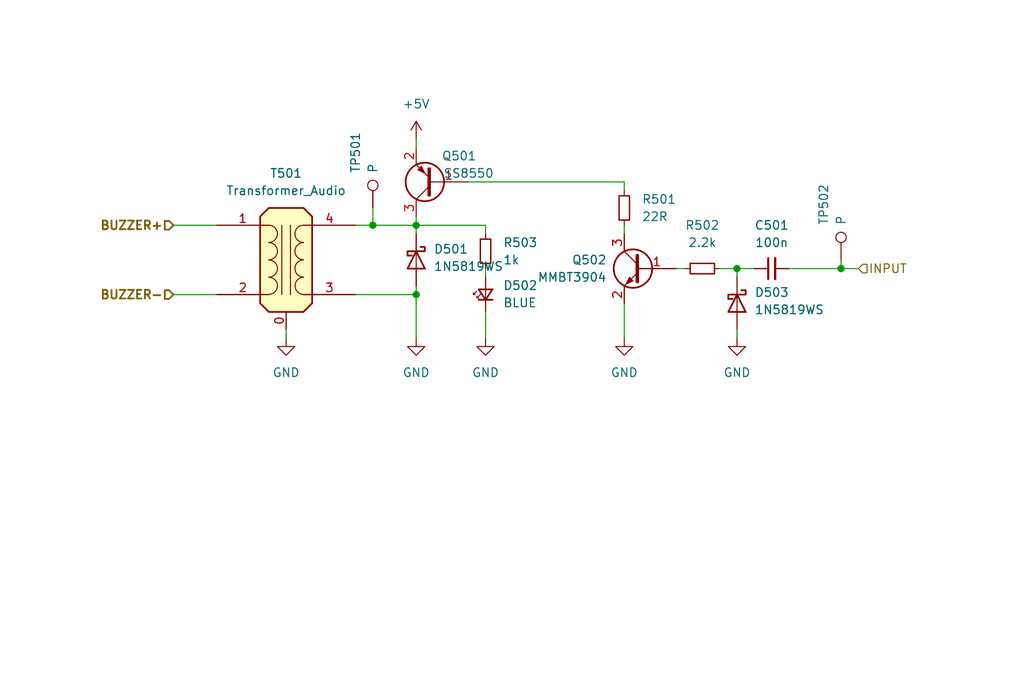
<source format=kicad_sch>
(kicad_sch (version 20211123) (generator eeschema)
  (paper "User" 150.012 99.9998)
  (title_block (title "UltraSoundSensor") (date "2022-10-30") (rev "1.0") (company "Krystian Mirek"))
  (lib_symbols
    (symbol "Connector:TestPoint" (pin_numbers hide) (pin_names (offset 0.762) hide)
      (property "Reference" "TP" (at 0 6.858 0))
      (property "Value" "TestPoint" (at 0 5.08 0))
      (symbol "TestPoint_0_1"
        (circle (center 0 3.302) (radius 0.762))
      )
      (symbol "TestPoint_1_1"
        (pin passive line (at 0 0 90) (length 2.54) (name "1") (number "1"))
      )
    )
    (symbol "Device:C_Small" (pin_numbers hide) (pin_names (offset 0.254) hide)
      (property "Reference" "C" (at 0.254 1.778 0))
      (property "Value" "C_Small" (at 0.254 -2.032 0))
      (symbol "C_Small_0_1"
        (polyline (pts (xy -1.524 -0.508) (xy 1.524 -0.508)) (stroke (width 0.3302)))
        (polyline (pts (xy -1.524 0.508) (xy 1.524 0.508)) (stroke (width 0.3048)))
      )
      (symbol "C_Small_1_1"
        (pin passive line (at 0 2.54 270) (length 2.032) (name "~") (number "1"))
        (pin passive line (at 0 -2.54 90) (length 2.032) (name "~") (number "2"))
      )
    )
    (symbol "Device:LED_Small" (pin_numbers hide) (pin_names (offset 0.254) hide)
      (property "Reference" "D" (at -1.27 3.175 0))
      (property "Value" "LED_Small" (at -4.445 -2.54 0))
      (symbol "LED_Small_0_1"
        (polyline (pts (xy -0.762 -1.016) (xy -0.762 1.016)) (stroke (width 0.254)))
        (polyline (pts (xy 1.016 0) (xy -0.762 0)))
        (polyline (pts (xy 0.762 -1.016) (xy -0.762 0) (xy 0.762 1.016) (xy 0.762 -1.016)) (stroke (width 0.254)))
        (polyline (pts (xy 0 0.762) (xy -0.508 1.27) (xy -0.254 1.27) (xy -0.508 1.27) (xy -0.508 1.016)))
        (polyline (pts (xy 0.508 1.27) (xy 0 1.778) (xy 0.254 1.778) (xy 0 1.778) (xy 0 1.524)))
      )
      (symbol "LED_Small_1_1"
        (pin passive line (at -2.54 0 0) (length 1.778) (name "K") (number "1"))
        (pin passive line (at 2.54 0 180) (length 1.778) (name "A") (number "2"))
      )
    )
    (symbol "Device:Q_PNP_BEC" (pin_names (offset 0) hide)
      (property "Reference" "Q" (at 5.08 1.27 0))
      (property "Value" "Q_PNP_BEC" (at 5.08 -1.27 0))
      (symbol "Q_PNP_BEC_0_1"
        (polyline (pts (xy 0.635 0.635) (xy 2.54 2.54)))
        (polyline (pts (xy 0.635 -0.635) (xy 2.54 -2.54) (xy 2.54 -2.54)))
        (polyline (pts (xy 0.635 1.905) (xy 0.635 -1.905) (xy 0.635 -1.905)) (stroke (width 0.508)))
        (polyline (pts (xy 2.286 -1.778) (xy 1.778 -2.286) (xy 1.27 -1.27) (xy 2.286 -1.778) (xy 2.286 -1.778)) (fill (type outline)))
        (circle (center 1.27 0) (radius 2.8194) (stroke (width 0.254)))
      )
      (symbol "Q_PNP_BEC_1_1"
        (pin input line (at -5.08 0 0) (length 5.715) (name "B") (number "1"))
        (pin passive line (at 2.54 -5.08 90) (length 2.54) (name "E") (number "2"))
        (pin passive line (at 2.54 5.08 270) (length 2.54) (name "C") (number "3"))
      )
    )
    (symbol "Device:R_Small" (pin_numbers hide) (pin_names (offset 0.254) hide)
      (property "Reference" "R" (at 0.762 0.508 0))
      (property "Value" "R_Small" (at 0.762 -1.016 0))
      (symbol "R_Small_0_1"
        (rectangle (start -0.762 1.778) (end 0.762 -1.778) (stroke (width 0.2032)))
      )
      (symbol "R_Small_1_1"
        (pin passive line (at 0 2.54 270) (length 0.762) (name "~") (number "1"))
        (pin passive line (at 0 -2.54 90) (length 0.762) (name "~") (number "2"))
      )
    )
    (symbol "Device:Transformer_Audio" (pin_names (offset 1.016) hide)
      (property "Reference" "T" (at 0 11.684 0))
      (property "Value" "Transformer_Audio" (at 0.254 9.398 0))
      (symbol "Transformer_Audio_0_1"
        (arc (start -2.54 -5.0546) (mid -1.6599 -4.6901) (end -1.27 -3.81))
        (arc (start -2.54 -2.5146) (mid -1.6599 -2.1501) (end -1.27 -1.27))
        (arc (start -2.54 0.0254) (mid -1.6599 0.3899) (end -1.27 1.27))
        (arc (start -2.54 2.5654) (mid -1.6599 2.9299) (end -1.27 3.81))
        (arc (start -1.27 -3.81) (mid -1.642 -2.912) (end -2.54 -2.54))
        (arc (start -1.27 -1.27) (mid -1.642 -0.372) (end -2.54 0))
        (arc (start -1.27 1.27) (mid -1.642 2.168) (end -2.54 2.54))
        (arc (start -1.27 3.81) (mid -1.642 4.708) (end -2.54 5.08))
        (polyline (pts (xy -0.635 5.08) (xy -0.635 -5.08)))
        (polyline (pts (xy 0.635 -5.08) (xy 0.635 5.08)))
        (polyline (pts (xy -3.81 6.35) (xy -2.54 7.62) (xy 2.54 7.62) (xy 3.81 6.35) (xy 3.81 -6.35) (xy 2.54 -7.62) (xy -2.54 -7.62) (xy -3.81 -6.35) (xy -3.81 6.35)) (stroke (width 0.254)) (fill (type background)))
        (arc (start 1.2954 -1.27) (mid 1.6599 -2.1501) (end 2.54 -2.5146))
        (arc (start 1.2954 1.27) (mid 1.6599 0.3899) (end 2.54 0.0254))
        (arc (start 1.2954 3.81) (mid 1.6599 2.9299) (end 2.54 2.5654))
        (arc (start 1.3208 -3.81) (mid 1.6853 -4.6901) (end 2.5654 -5.0546))
        (arc (start 2.54 0) (mid 1.642 -0.372) (end 1.2954 -1.27))
        (arc (start 2.54 2.54) (mid 1.642 2.168) (end 1.2954 1.27))
        (arc (start 2.54 5.08) (mid 1.642 4.708) (end 1.2954 3.81))
        (arc (start 2.5654 -2.54) (mid 1.6674 -2.912) (end 1.3208 -3.81))
      )
      (symbol "Transformer_Audio_1_1"
        (pin input line (at 0 -10.16 90) (length 2.54) (name "~") (number "0"))
        (pin passive line (at -10.16 5.08 0) (length 7.62) (name "AA") (number "1"))
        (pin passive line (at -10.16 -5.08 0) (length 7.62) (name "AB") (number "2"))
        (pin passive line (at 10.16 -5.08 180) (length 7.62) (name "SA") (number "3"))
        (pin passive line (at 10.16 5.08 180) (length 7.62) (name "SB") (number "4"))
      )
    )
    (symbol "Diode:1N5819WS" (pin_numbers hide) (pin_names (offset 1.016) hide)
      (property "Reference" "D" (at 0 2.54 0))
      (property "Value" "1N5819WS" (at 0 -2.54 0))
      (symbol "1N5819WS_0_1"
        (polyline (pts (xy 1.27 0) (xy -1.27 0)))
        (polyline (pts (xy 1.27 1.27) (xy 1.27 -1.27) (xy -1.27 0) (xy 1.27 1.27)) (stroke (width 0.254)))
        (polyline (pts (xy -1.905 0.635) (xy -1.905 1.27) (xy -1.27 1.27) (xy -1.27 -1.27) (xy -0.635 -1.27) (xy -0.635 -0.635)) (stroke (width 0.254)))
      )
      (symbol "1N5819WS_1_1"
        (pin passive line (at -3.81 0 0) (length 2.54) (name "K") (number "1"))
        (pin passive line (at 3.81 0 180) (length 2.54) (name "A") (number "2"))
      )
    )
    (symbol "Transistor_BJT:MMBT3904" (pin_names (offset 0) hide)
      (property "Reference" "Q" (at 5.08 1.905 0))
      (property "Value" "MMBT3904" (at 5.08 0 0))
      (symbol "MMBT3904_0_1"
        (polyline (pts (xy 0.635 0.635) (xy 2.54 2.54)))
        (polyline (pts (xy 0.635 -0.635) (xy 2.54 -2.54) (xy 2.54 -2.54)))
        (polyline (pts (xy 0.635 1.905) (xy 0.635 -1.905) (xy 0.635 -1.905)) (stroke (width 0.508)))
        (polyline (pts (xy 1.27 -1.778) (xy 1.778 -1.27) (xy 2.286 -2.286) (xy 1.27 -1.778) (xy 1.27 -1.778)) (fill (type outline)))
        (circle (center 1.27 0) (radius 2.8194) (stroke (width 0.254)))
      )
      (symbol "MMBT3904_1_1"
        (pin input line (at -5.08 0 0) (length 5.715) (name "B") (number "1"))
        (pin passive line (at 2.54 -5.08 90) (length 2.54) (name "E") (number "2"))
        (pin passive line (at 2.54 5.08 270) (length 2.54) (name "C") (number "3"))
      )
    )
    (symbol "power:+5V" (power) (pin_names (offset 0))
      (property "Value" "+5V" (at 0 3.556 0))
      (symbol "+5V_0_1"
        (polyline (pts (xy -0.762 1.27) (xy 0 2.54)))
        (polyline (pts (xy 0 0) (xy 0 2.54)))
        (polyline (pts (xy 0 2.54) (xy 0.762 1.27)))
      )
      (symbol "+5V_1_1"
        (pin power_in line (at 0 0 90) (length 0) hide (name "+5V") (number "1"))
      )
    )
    (symbol "power:GND" (power) (pin_names (offset 0))
      (property "Value" "GND" (at 0 -3.81 0))
      (symbol "GND_0_1"
        (polyline (pts (xy 0 0) (xy 0 -1.27) (xy 1.27 -1.27) (xy 0 -2.54) (xy -1.27 -1.27) (xy 0 -1.27)))
      )
      (symbol "GND_1_1"
        (pin power_in line (at 0 0 270) (length 0) hide (name "GND") (number "1"))
      )
    )
  )
  (junction (at 60.96 43.18))
  (junction (at 107.95 39.37))
  (junction (at 123.19 39.37))
  (junction (at 60.96 33.02))
  (junction (at 54.61 33.02))
  (wire (pts (xy 41.91 48.26) (xy 41.91 49.53)))
  (wire (pts (xy 71.12 34.29) (xy 71.12 33.02)))
  (wire (pts (xy 99.06 39.37) (xy 100.33 39.37)))
  (wire (pts (xy 54.61 33.02) (xy 54.61 30.48)))
  (wire (pts (xy 60.96 20.32) (xy 60.96 21.59)))
  (wire (pts (xy 52.07 43.18) (xy 60.96 43.18)))
  (wire (pts (xy 107.95 39.37) (xy 107.95 40.64)))
  (wire (pts (xy 91.44 26.67) (xy 91.44 27.94)))
  (wire (pts (xy 91.44 44.45) (xy 91.44 49.53)))
  (wire (pts (xy 52.07 33.02) (xy 54.61 33.02)))
  (wire (pts (xy 91.44 33.02) (xy 91.44 34.29)))
  (wire (pts (xy 68.58 26.67) (xy 91.44 26.67)))
  (wire (pts (xy 115.57 39.37) (xy 123.19 39.37)))
  (wire (pts (xy 71.12 45.72) (xy 71.12 49.53)))
  (wire (pts (xy 25.4 33.02) (xy 31.75 33.02)))
  (wire (pts (xy 71.12 39.37) (xy 71.12 40.64)))
  (wire (pts (xy 25.4 43.18) (xy 31.75 43.18)))
  (wire (pts (xy 60.96 33.02) (xy 60.96 34.29)))
  (wire (pts (xy 105.41 39.37) (xy 107.95 39.37)))
  (wire (pts (xy 71.12 33.02) (xy 60.96 33.02)))
  (wire (pts (xy 60.96 31.75) (xy 60.96 33.02)))
  (wire (pts (xy 107.95 48.26) (xy 107.95 49.53)))
  (wire (pts (xy 54.61 33.02) (xy 60.96 33.02)))
  (wire (pts (xy 123.19 38.1) (xy 123.19 39.37)))
  (wire (pts (xy 107.95 39.37) (xy 110.49 39.37)))
  (wire (pts (xy 60.96 43.18) (xy 60.96 49.53)))
  (wire (pts (xy 60.96 43.18) (xy 60.96 41.91)))
  (wire (pts (xy 123.19 39.37) (xy 125.73 39.37)))
  (hierarchical_label "BUZZER+" (shape input) (at 25.4 33.02 180) (effects (font bold)))
  (hierarchical_label "INPUT" (shape input) (at 125.73 39.37 0))
  (hierarchical_label "BUZZER-" (shape input) (at 25.4 43.18 180) (effects (font bold)))
  (symbol (lib_id "power:GND") (at 107.95 49.53 0) (unit 1)
    (property "Reference" "#PWR0504" (effects hide))
    (property "Value" "GND" (at 107.95 54.61 0))
  )
  (symbol (lib_id "power:GND") (at 71.12 49.53 0) (unit 1)
    (property "Reference" "#PWR0134" (effects hide))
    (property "Value" "GND" (at 71.12 54.61 0))
  )
  (symbol (lib_id "Device:R_Small") (at 91.44 30.48 180) (unit 1)
    (property "Reference" "R501" (at 93.98 29.2099 0) (effects (justify right)))
    (property "Value" "22R" (at 93.98 31.7499 0) (effects (justify right)))
    (property "Footprint" "Resistor_SMD:R_0603_1608Metric" (effects hide))
  )
  (symbol (lib_id "Device:R_Small") (at 102.87 39.37 90) (unit 1)
    (property "Reference" "R502" (at 102.87 33.02 90))
    (property "Value" "2.2k" (at 102.87 35.56 90))
    (property "Footprint" "Resistor_SMD:R_0603_1608Metric" (effects hide))
  )
  (symbol (lib_id "Diode:1N5819WS") (at 60.96 38.1 270) (unit 1)
    (property "Reference" "D501" (at 63.5 36.5124 90) (effects (justify left)))
    (property "Value" "1N5819WS" (at 63.5 39.0524 90) (effects (justify left)))
    (property "Footprint" "Diode_SMD:D_SOD-323" (effects hide))
    (property "Datasheet" "https://datasheet.lcsc.com/lcsc/2204281430_Guangdong-Hottech-1N5819WS_C191023.pdf" (effects hide))
  )
  (symbol (lib_id "power:+5V") (at 60.96 20.32 0) (unit 1)
    (property "Reference" "#PWR0501" (effects hide))
    (property "Value" "+5V" (at 60.96 15.24 0))
  )
  (symbol (lib_id "Device:Transformer_Audio") (at 41.91 38.1 0) (unit 1)
    (property "Reference" "T501" (at 41.91 25.4 0))
    (property "Value" "Transformer_Audio" (at 41.91 27.94 0))
    (property "Footprint" "Transformer:Transformer_shielded_8x13.5" (effects hide))
  )
  (symbol (lib_id "Connector:TestPoint") (at 54.61 30.48 0) (unit 1)
    (property "Reference" "TP501" (at 52.07 25.4 90) (effects (justify left)))
    (property "Value" "P" (at 54.61 25.4 90) (effects (justify left)))
    (property "Footprint" "TestPoint:TestPoint_Pad_D1.0mm" (effects hide))
  )
  (symbol (lib_id "Device:LED_Small") (at 71.12 43.18 90) (unit 1)
    (property "Reference" "D502" (at 73.66 41.8464 90) (effects (justify right)))
    (property "Value" "BLUE" (at 73.66 44.3864 90) (effects (justify right)))
    (property "Footprint" "LED_SMD:LED_0603_1608Metric" (effects hide))
  )
  (symbol (lib_id "Transistor_BJT:MMBT3904") (at 93.98 39.37 0) (mirror y) (unit 1)
    (property "Reference" "Q502" (at 88.9 38.0999 0) (effects (justify left)))
    (property "Value" "MMBT3904" (at 88.9 40.6399 0) (effects (justify left)))
    (property "Footprint" "Package_TO_SOT_SMD:SOT-23" (effects hide))
    (property "Datasheet" "https://www.onsemi.com/pub/Collateral/2N3903-D.PDF" (effects hide))
  )
  (symbol (lib_id "Device:Q_PNP_BEC") (at 63.5 26.67 180) (unit 1)
    (property "Reference" "Q501" (at 69.85 22.86 0) (effects (justify left)))
    (property "Value" "SS8550" (at 72.39 25.4 0) (effects (justify left)))
    (property "Footprint" "Package_TO_SOT_SMD:SOT-23" (effects hide))
  )
  (symbol (lib_id "Device:R_Small") (at 71.12 36.83 0) (unit 1)
    (property "Reference" "R503" (at 73.66 35.5599 0) (effects (justify left)))
    (property "Value" "1k" (at 73.66 38.0999 0) (effects (justify left)))
    (property "Footprint" "Resistor_SMD:R_0603_1608Metric" (effects hide))
  )
  (symbol (lib_id "Diode:1N5819WS") (at 107.95 44.45 270) (unit 1)
    (property "Reference" "D503" (at 110.49 42.8624 90) (effects (justify left)))
    (property "Value" "1N5819WS" (at 110.49 45.4024 90) (effects (justify left)))
    (property "Footprint" "Diode_SMD:D_SOD-323" (effects hide))
    (property "Datasheet" "https://datasheet.lcsc.com/lcsc/2204281430_Guangdong-Hottech-1N5819WS_C191023.pdf" (effects hide))
  )
  (symbol (lib_id "Device:C_Small") (at 113.03 39.37 90) (unit 1)
    (property "Reference" "C501" (at 113.0363 33.02 90))
    (property "Value" "100n" (at 113.0363 35.56 90))
    (property "Footprint" "Capacitor_SMD:C_0603_1608Metric" (effects hide))
  )
  (symbol (lib_id "power:GND") (at 60.96 49.53 0) (unit 1)
    (property "Reference" "#PWR0502" (effects hide))
    (property "Value" "GND" (at 60.96 54.61 0))
  )
  (symbol (lib_id "Connector:TestPoint") (at 123.19 38.1 0) (unit 1)
    (property "Reference" "TP502" (at 120.65 33.02 90) (effects (justify left)))
    (property "Value" "P" (at 123.19 33.02 90) (effects (justify left)))
    (property "Footprint" "TestPoint:TestPoint_Pad_D1.0mm" (effects hide))
  )
  (symbol (lib_id "power:GND") (at 41.91 49.53 0) (unit 1)
    (property "Reference" "#PWR0164" (effects hide))
    (property "Value" "GND" (at 41.91 54.61 0))
  )
  (symbol (lib_id "power:GND") (at 91.44 49.53 0) (unit 1)
    (property "Reference" "#PWR0503" (effects hide))
    (property "Value" "GND" (at 91.44 54.61 0))
  )
)
</source>
